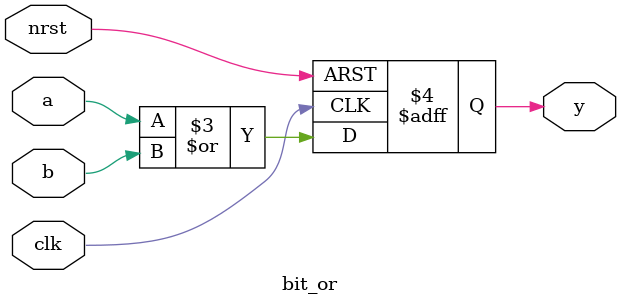
<source format=v>
module bit_or (
  input clk,
  input nrst,

  input a,
  input b,

  output reg y
);

  always @ (posedge clk or negedge nrst)
    if (!nrst)
      y <= 'b0;
    else
      y <= (a | b);

endmodule

</source>
